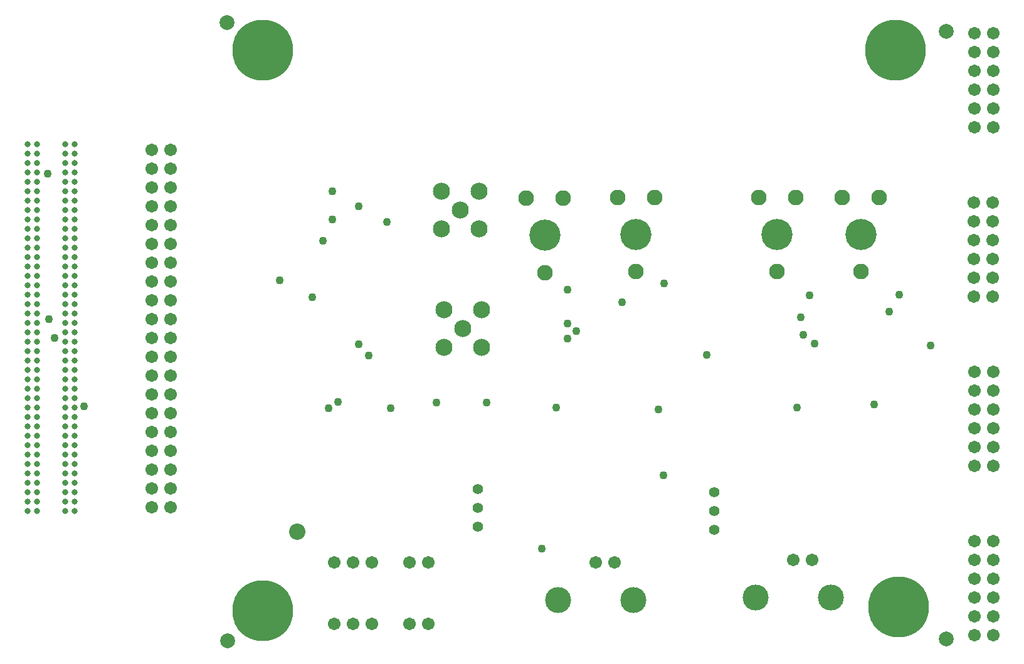
<source format=gbr>
G04 Layer_Color=16711935*
%FSLAX43Y43*%
%MOMM*%
%TF.FileFunction,Soldermask,Bot*%
%TF.Part,Single*%
G01*
G75*
%TA.AperFunction,SMDPad,CuDef*%
%ADD55C,2.000*%
%TA.AperFunction,ViaPad*%
%ADD59C,1.103*%
%TA.AperFunction,ComponentPad*%
%ADD60C,1.703*%
%ADD61C,3.503*%
%ADD62C,1.403*%
%ADD63C,2.302*%
%ADD64C,2.302*%
%ADD65C,2.103*%
%ADD66C,4.203*%
%TA.AperFunction,ViaPad*%
%ADD67C,8.203*%
%ADD68C,2.203*%
%TA.AperFunction,BGAPad,CuDef*%
%ADD73C,0.802*%
D55*
X130556Y-12827D02*
D03*
Y69215D02*
D03*
X33528Y-13081D02*
D03*
X33401Y70358D02*
D03*
D59*
X14097Y18542D02*
D03*
X51181Y26924D02*
D03*
Y45593D02*
D03*
X52578Y25400D02*
D03*
X79375Y27686D02*
D03*
X68453Y19050D02*
D03*
X61722D02*
D03*
X48387Y19177D02*
D03*
X46355Y40894D02*
D03*
X54991Y43434D02*
D03*
X9222Y49989D02*
D03*
X44958Y33274D02*
D03*
X47625Y47625D02*
D03*
X92329Y9271D02*
D03*
X75946Y-635D02*
D03*
X112776Y27051D02*
D03*
X128397Y26797D02*
D03*
X110871Y30607D02*
D03*
X80633Y28702D02*
D03*
X86741Y32639D02*
D03*
X124169Y33618D02*
D03*
X112126Y33540D02*
D03*
X92456Y35179D02*
D03*
X122809Y31369D02*
D03*
X47117Y18288D02*
D03*
X55499Y18288D02*
D03*
X47625Y43815D02*
D03*
X77851Y18415D02*
D03*
X91694Y18161D02*
D03*
X110363Y18415D02*
D03*
X120777Y18796D02*
D03*
X79375Y34290D02*
D03*
Y29718D02*
D03*
X40513Y35560D02*
D03*
X111252Y28194D02*
D03*
X98206Y25562D02*
D03*
X10160Y27813D02*
D03*
X9398Y30353D02*
D03*
D60*
X134366Y-12319D02*
D03*
Y-9779D02*
D03*
Y-7239D02*
D03*
Y-4699D02*
D03*
Y-2159D02*
D03*
Y381D02*
D03*
X136906Y-12319D02*
D03*
Y-9779D02*
D03*
Y-7239D02*
D03*
Y-4699D02*
D03*
Y-2159D02*
D03*
Y381D02*
D03*
X134316Y10541D02*
D03*
Y13081D02*
D03*
Y15621D02*
D03*
Y18161D02*
D03*
Y20701D02*
D03*
Y23241D02*
D03*
X136856Y10541D02*
D03*
Y13081D02*
D03*
Y15621D02*
D03*
Y18161D02*
D03*
Y20701D02*
D03*
Y23241D02*
D03*
X134291Y33401D02*
D03*
Y35941D02*
D03*
Y38481D02*
D03*
Y41021D02*
D03*
Y43561D02*
D03*
Y46101D02*
D03*
X136831Y33401D02*
D03*
Y35941D02*
D03*
Y38481D02*
D03*
Y41021D02*
D03*
Y43561D02*
D03*
Y46101D02*
D03*
X136881Y68961D02*
D03*
Y66421D02*
D03*
Y63881D02*
D03*
Y61341D02*
D03*
Y58801D02*
D03*
Y56261D02*
D03*
X134341Y68961D02*
D03*
Y66421D02*
D03*
Y63881D02*
D03*
Y61341D02*
D03*
Y58801D02*
D03*
Y56261D02*
D03*
X25781Y4953D02*
D03*
X23241D02*
D03*
X25781Y7493D02*
D03*
X23241D02*
D03*
X25781Y10033D02*
D03*
X23241D02*
D03*
X25781Y12573D02*
D03*
X23241D02*
D03*
X25781Y15113D02*
D03*
X23241D02*
D03*
X25781Y17653D02*
D03*
X23241D02*
D03*
X25781Y20193D02*
D03*
X23241D02*
D03*
X25781Y22733D02*
D03*
X23241D02*
D03*
X25781Y25273D02*
D03*
X23241D02*
D03*
X25781Y27813D02*
D03*
X23241D02*
D03*
X25781Y30353D02*
D03*
X23241D02*
D03*
X25781Y32893D02*
D03*
X23241D02*
D03*
X25781Y35433D02*
D03*
X23241D02*
D03*
X25781Y37973D02*
D03*
X23241D02*
D03*
X25781Y40513D02*
D03*
X23241D02*
D03*
X25781Y43053D02*
D03*
X23241D02*
D03*
X25781Y45593D02*
D03*
X23241D02*
D03*
X25781Y48133D02*
D03*
X23241D02*
D03*
X25781Y50673D02*
D03*
X23241D02*
D03*
X25781Y53213D02*
D03*
X23241D02*
D03*
X47879Y-10795D02*
D03*
X50419D02*
D03*
X52959D02*
D03*
X58039D02*
D03*
X60579D02*
D03*
X112395Y-2159D02*
D03*
X109855D02*
D03*
X47879Y-2540D02*
D03*
X50419D02*
D03*
X52959D02*
D03*
X58039D02*
D03*
X60579D02*
D03*
X85725D02*
D03*
X83185D02*
D03*
D61*
X104775Y-7239D02*
D03*
X114935D02*
D03*
X78105Y-7620D02*
D03*
X88265D02*
D03*
D62*
X99187Y1905D02*
D03*
Y4445D02*
D03*
Y6985D02*
D03*
X67310Y2286D02*
D03*
Y4826D02*
D03*
Y7366D02*
D03*
D63*
X64897Y45085D02*
D03*
X65278Y29083D02*
D03*
D64*
X62357Y47625D02*
D03*
X67437D02*
D03*
X62357Y42545D02*
D03*
X67437D02*
D03*
X62738Y31623D02*
D03*
X67818D02*
D03*
X62738Y26543D02*
D03*
X67818D02*
D03*
D65*
X78827Y46656D02*
D03*
X73827D02*
D03*
X76327Y36656D02*
D03*
X91146Y46783D02*
D03*
X86146D02*
D03*
X88646Y36783D02*
D03*
X110196Y46783D02*
D03*
X105196D02*
D03*
X107696Y36783D02*
D03*
X121499Y46783D02*
D03*
X116499D02*
D03*
X118999Y36783D02*
D03*
D66*
X76327Y41656D02*
D03*
X88646Y41783D02*
D03*
X107696D02*
D03*
X118999D02*
D03*
D67*
X38223Y-9017D02*
D03*
X123698Y66675D02*
D03*
X38223D02*
D03*
X124079Y-8509D02*
D03*
D68*
X42926Y1651D02*
D03*
D73*
X11557Y37465D02*
D03*
Y36195D02*
D03*
Y34925D02*
D03*
Y33655D02*
D03*
Y32385D02*
D03*
Y31115D02*
D03*
Y29845D02*
D03*
Y28575D02*
D03*
Y27305D02*
D03*
Y26035D02*
D03*
Y24765D02*
D03*
Y23495D02*
D03*
Y22225D02*
D03*
Y20955D02*
D03*
Y19685D02*
D03*
Y18415D02*
D03*
Y17145D02*
D03*
Y15875D02*
D03*
Y14605D02*
D03*
Y13335D02*
D03*
Y12065D02*
D03*
Y10795D02*
D03*
Y9525D02*
D03*
Y8255D02*
D03*
Y6985D02*
D03*
Y5715D02*
D03*
Y4445D02*
D03*
X12827Y37465D02*
D03*
Y36195D02*
D03*
Y34925D02*
D03*
Y33655D02*
D03*
Y32385D02*
D03*
Y31115D02*
D03*
Y29845D02*
D03*
Y28575D02*
D03*
Y27305D02*
D03*
Y26035D02*
D03*
Y24765D02*
D03*
Y23495D02*
D03*
Y22225D02*
D03*
Y20955D02*
D03*
Y19685D02*
D03*
Y18415D02*
D03*
Y17145D02*
D03*
Y15875D02*
D03*
Y14605D02*
D03*
Y13335D02*
D03*
Y12065D02*
D03*
Y10795D02*
D03*
Y9525D02*
D03*
Y8255D02*
D03*
Y6985D02*
D03*
Y5715D02*
D03*
Y4445D02*
D03*
X7747Y20955D02*
D03*
Y19685D02*
D03*
Y18415D02*
D03*
Y17145D02*
D03*
Y15875D02*
D03*
Y14605D02*
D03*
Y13335D02*
D03*
Y12065D02*
D03*
Y10795D02*
D03*
Y9525D02*
D03*
Y8255D02*
D03*
Y6985D02*
D03*
Y5715D02*
D03*
Y4445D02*
D03*
Y22225D02*
D03*
Y23495D02*
D03*
Y24765D02*
D03*
Y26035D02*
D03*
Y27305D02*
D03*
Y28575D02*
D03*
Y29845D02*
D03*
Y31115D02*
D03*
X6477Y4445D02*
D03*
Y5715D02*
D03*
Y6985D02*
D03*
Y8255D02*
D03*
Y9525D02*
D03*
Y10795D02*
D03*
Y12065D02*
D03*
Y13335D02*
D03*
Y14605D02*
D03*
Y15875D02*
D03*
Y17145D02*
D03*
Y18415D02*
D03*
Y19685D02*
D03*
Y20955D02*
D03*
Y22225D02*
D03*
Y23495D02*
D03*
Y24765D02*
D03*
Y26035D02*
D03*
Y27305D02*
D03*
Y28575D02*
D03*
Y29845D02*
D03*
Y31115D02*
D03*
Y32385D02*
D03*
Y33655D02*
D03*
Y34925D02*
D03*
Y36195D02*
D03*
Y37465D02*
D03*
Y38735D02*
D03*
Y40005D02*
D03*
Y41275D02*
D03*
Y42545D02*
D03*
Y43815D02*
D03*
Y45085D02*
D03*
Y46355D02*
D03*
Y47625D02*
D03*
Y48895D02*
D03*
Y50165D02*
D03*
Y51435D02*
D03*
Y52705D02*
D03*
Y53975D02*
D03*
X7747Y32385D02*
D03*
Y33655D02*
D03*
Y34925D02*
D03*
Y36195D02*
D03*
Y37465D02*
D03*
Y38735D02*
D03*
Y40005D02*
D03*
Y41275D02*
D03*
Y42545D02*
D03*
Y43815D02*
D03*
Y45085D02*
D03*
Y46355D02*
D03*
Y47625D02*
D03*
Y48895D02*
D03*
Y50165D02*
D03*
Y51435D02*
D03*
Y52705D02*
D03*
Y53975D02*
D03*
X12827Y38735D02*
D03*
Y40005D02*
D03*
Y41275D02*
D03*
Y42545D02*
D03*
Y43815D02*
D03*
Y45085D02*
D03*
Y46355D02*
D03*
Y47625D02*
D03*
Y48895D02*
D03*
Y50165D02*
D03*
Y51435D02*
D03*
Y52705D02*
D03*
Y53975D02*
D03*
X11557Y38735D02*
D03*
Y40005D02*
D03*
Y41275D02*
D03*
Y42545D02*
D03*
Y43815D02*
D03*
Y45085D02*
D03*
Y46355D02*
D03*
Y47625D02*
D03*
Y48895D02*
D03*
Y50165D02*
D03*
Y51435D02*
D03*
Y52705D02*
D03*
Y53975D02*
D03*
%TF.MD5,0293b2186ac4e5d3a7e5a2f7c80c6a57*%
M02*

</source>
